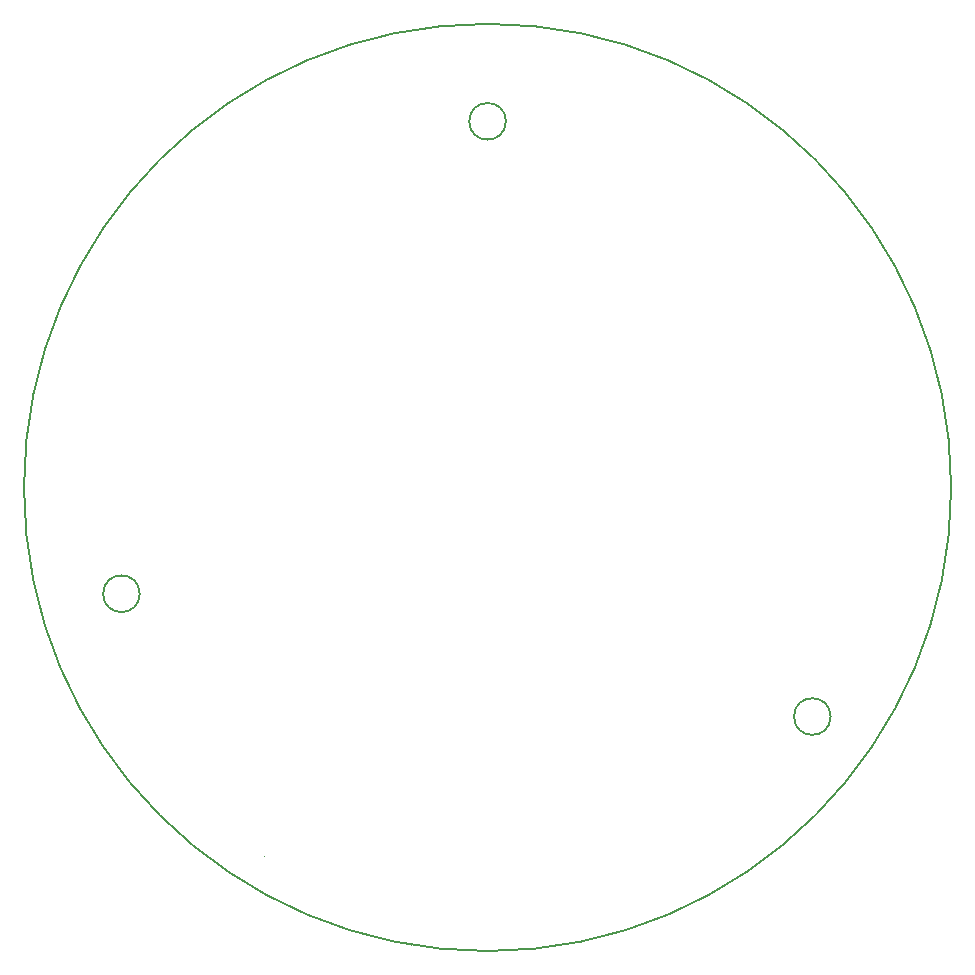
<source format=gm1>
%FSLAX25Y25*%
%MOIN*%
G70*
G01*
G75*
G04 Layer_Color=16711935*
%ADD10C,0.10000*%
%ADD11C,0.10000*%
%ADD12R,0.08661X0.09449*%
%ADD13R,0.09843X0.13386*%
%ADD14O,0.08661X0.02756*%
%ADD15R,0.06890X0.08661*%
%ADD16R,0.04724X0.01969*%
%ADD17R,0.04000X0.05500*%
%ADD18R,0.05906X0.11811*%
%ADD19R,0.03150X0.21654*%
%ADD20R,0.06000X0.05000*%
G04:AMPARAMS|DCode=21|XSize=60mil|YSize=50mil|CornerRadius=0mil|HoleSize=0mil|Usage=FLASHONLY|Rotation=0.000|XOffset=0mil|YOffset=0mil|HoleType=Round|Shape=Octagon|*
%AMOCTAGOND21*
4,1,8,0.03000,-0.01250,0.03000,0.01250,0.01750,0.02500,-0.01750,0.02500,-0.03000,0.01250,-0.03000,-0.01250,-0.01750,-0.02500,0.01750,-0.02500,0.03000,-0.01250,0.0*
%
%ADD21OCTAGOND21*%

%ADD22R,0.03150X0.03543*%
%ADD23R,0.03543X0.03150*%
%ADD24R,0.05000X0.05000*%
%ADD25R,0.05512X0.02362*%
%ADD26R,0.39370X0.41142*%
%ADD27R,0.12598X0.04134*%
%ADD28R,0.05500X0.04000*%
%ADD29O,0.07087X0.01100*%
%ADD30O,0.01100X0.07087*%
%ADD31R,0.08268X0.09843*%
%ADD32R,0.03150X0.05118*%
G04:AMPARAMS|DCode=33|XSize=78.74mil|YSize=86.61mil|CornerRadius=7.87mil|HoleSize=0mil|Usage=FLASHONLY|Rotation=90.000|XOffset=0mil|YOffset=0mil|HoleType=Round|Shape=RoundedRectangle|*
%AMROUNDEDRECTD33*
21,1,0.07874,0.07087,0,0,90.0*
21,1,0.06299,0.08661,0,0,90.0*
1,1,0.01575,0.03543,0.03150*
1,1,0.01575,0.03543,-0.03150*
1,1,0.01575,-0.03543,-0.03150*
1,1,0.01575,-0.03543,0.03150*
%
%ADD33ROUNDEDRECTD33*%
%ADD34R,0.09843X0.08268*%
%ADD35R,0.05118X0.03150*%
%ADD36R,0.03937X0.02362*%
%ADD37R,0.02756X0.03347*%
%ADD38R,0.03347X0.02756*%
%ADD39C,0.00800*%
%ADD40C,0.08000*%
%ADD41C,0.15000*%
%ADD42C,0.03000*%
%ADD43C,0.01500*%
%ADD44C,0.05000*%
%ADD45C,0.02000*%
%ADD46C,0.04000*%
%ADD47C,0.01000*%
%ADD48R,0.09600X0.18400*%
%ADD49R,0.09900X0.21000*%
%ADD50C,0.00500*%
%ADD51C,0.00025*%
%ADD52C,0.05906*%
%ADD53R,0.05906X0.05906*%
%ADD54C,0.07874*%
%ADD55O,0.11811X0.13780*%
%ADD56C,0.06693*%
%ADD57R,0.06693X0.06693*%
%ADD58R,0.07480X0.07480*%
%ADD59C,0.07480*%
%ADD60R,0.06299X0.06299*%
%ADD61C,0.06299*%
%ADD62C,0.09843*%
%ADD63R,0.06693X0.06693*%
%ADD64R,0.09843X0.09843*%
%ADD65C,0.10630*%
%ADD66R,0.10630X0.10630*%
%ADD67R,0.10630X0.10630*%
%ADD68R,0.07087X0.07087*%
%ADD69C,0.07087*%
%ADD70R,0.11811X0.11811*%
%ADD71C,0.11811*%
%ADD72C,0.03000*%
%ADD73C,0.02700*%
%ADD74C,0.04000*%
%ADD75C,0.02000*%
%ADD76C,0.05000*%
%ADD77C,0.19685*%
%ADD78R,0.03118X0.15755*%
%ADD79C,0.00787*%
%ADD80C,0.01984*%
%ADD81C,0.02900*%
%ADD82C,0.00984*%
%ADD83C,0.01969*%
%ADD84C,0.01575*%
%ADD85C,0.00300*%
%ADD86C,0.00600*%
%ADD87C,0.00700*%
%ADD88R,0.02000X0.08000*%
%ADD89R,0.04000X0.03500*%
%ADD90R,0.01969X0.03780*%
%ADD91R,0.03780X0.01969*%
%ADD92R,0.09461X0.10249*%
%ADD93R,0.10643X0.14186*%
%ADD94O,0.09461X0.03556*%
%ADD95R,0.07690X0.09461*%
%ADD96R,0.05524X0.02769*%
%ADD97R,0.04800X0.06300*%
%ADD98R,0.06706X0.12611*%
%ADD99R,0.03950X0.22453*%
%ADD100R,0.06800X0.05800*%
G04:AMPARAMS|DCode=101|XSize=68mil|YSize=58mil|CornerRadius=0mil|HoleSize=0mil|Usage=FLASHONLY|Rotation=0.000|XOffset=0mil|YOffset=0mil|HoleType=Round|Shape=Octagon|*
%AMOCTAGOND101*
4,1,8,0.03400,-0.01450,0.03400,0.01450,0.01950,0.02900,-0.01950,0.02900,-0.03400,0.01450,-0.03400,-0.01450,-0.01950,-0.02900,0.01950,-0.02900,0.03400,-0.01450,0.0*
%
%ADD101OCTAGOND101*%

%ADD102R,0.03950X0.04343*%
%ADD103R,0.04343X0.03950*%
%ADD104R,0.05800X0.05800*%
%ADD105R,0.06312X0.03162*%
%ADD106R,0.40170X0.41942*%
%ADD107R,0.13398X0.04934*%
%ADD108R,0.06300X0.04800*%
%ADD109O,0.07887X0.01900*%
%ADD110O,0.01900X0.07887*%
%ADD111R,0.09068X0.10642*%
%ADD112R,0.03950X0.05918*%
G04:AMPARAMS|DCode=113|XSize=86.74mil|YSize=94.61mil|CornerRadius=8.67mil|HoleSize=0mil|Usage=FLASHONLY|Rotation=90.000|XOffset=0mil|YOffset=0mil|HoleType=Round|Shape=RoundedRectangle|*
%AMROUNDEDRECTD113*
21,1,0.08674,0.07727,0,0,90.0*
21,1,0.06939,0.09461,0,0,90.0*
1,1,0.01735,0.03863,0.03470*
1,1,0.01735,0.03863,-0.03470*
1,1,0.01735,-0.03863,-0.03470*
1,1,0.01735,-0.03863,0.03470*
%
%ADD113ROUNDEDRECTD113*%
%ADD114R,0.10642X0.09068*%
%ADD115R,0.05918X0.03950*%
%ADD116R,0.04737X0.03162*%
%ADD117R,0.03556X0.04147*%
%ADD118R,0.04147X0.03556*%
%ADD119C,0.06706*%
%ADD120R,0.06706X0.06706*%
%ADD121C,0.08674*%
%ADD122O,0.12611X0.14579*%
%ADD123C,0.07493*%
%ADD124R,0.07493X0.07493*%
%ADD125R,0.08280X0.08280*%
%ADD126C,0.08280*%
%ADD127R,0.07099X0.07099*%
%ADD128C,0.07099*%
%ADD129C,0.10642*%
%ADD130R,0.07493X0.07493*%
%ADD131R,0.10642X0.10642*%
%ADD132C,0.11430*%
%ADD133R,0.11430X0.11430*%
%ADD134R,0.11430X0.11430*%
%ADD135R,0.07887X0.07887*%
%ADD136C,0.07887*%
%ADD137R,0.12611X0.12611*%
%ADD138C,0.12611*%
D50*
X270472Y35433D02*
G03*
X270472Y35433I-154528J0D01*
G01*
X230285Y-40938D02*
G03*
X230285Y-40938I-6102J0D01*
G01*
X122047Y157480D02*
G03*
X122047Y157480I-6102J0D01*
G01*
X0Y0D02*
G03*
X0Y0I-6102J0D01*
G01*
X270472Y35433D02*
G03*
X270472Y35433I-154528J0D01*
G01*
X230285Y-40938D02*
G03*
X230285Y-40938I-6102J0D01*
G01*
X122047Y157480D02*
G03*
X122047Y157480I-6102J0D01*
G01*
X0Y0D02*
G03*
X0Y0I-6102J0D01*
G01*
D51*
X90317Y-116955D02*
X90325Y-116949D01*
X41318Y-87267D02*
X41318D01*
X90317Y-116955D02*
X90325Y-116949D01*
X41318Y-87267D02*
X41318D01*
M02*

</source>
